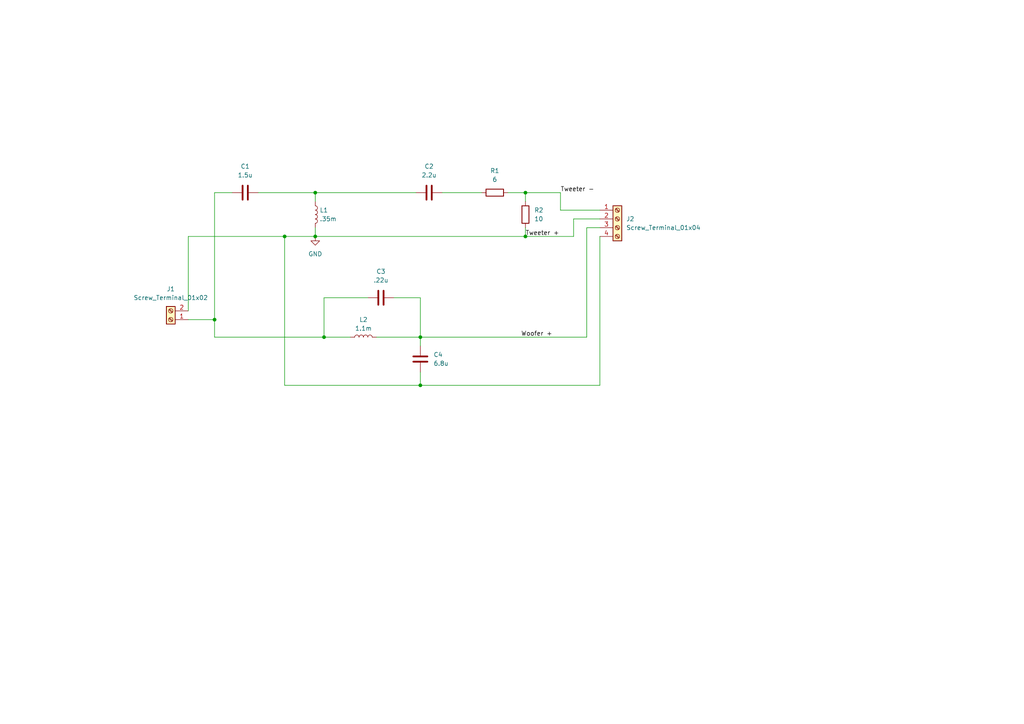
<source format=kicad_sch>
(kicad_sch (version 20231120) (generator "eeschema") (generator_version "8.0")
  (paper "A4")
  (lib_symbols
    (symbol "Connector:Screw_Terminal_01x02" (pin_names (offset 1.016) hide)
      (property "Reference" "J" (at 0 2.54 0))
      (property "Value" "Screw_Terminal_01x02" (at 0 -5.08 0))
      (symbol "Screw_Terminal_01x02_1_1"
        (rectangle (start -1.27 1.27) (end 1.27 -3.81) (stroke (width 0.254)) (fill (type background)))
        (circle (center 0 -2.54) (radius 0.635) (stroke (width 0.1524)))
        (polyline (pts (xy -0.5334 -2.2098) (xy 0.3302 -3.048)) (stroke (width 0.1524)))
        (polyline (pts (xy -0.5334 0.3302) (xy 0.3302 -0.508)) (stroke (width 0.1524)))
        (polyline (pts (xy -0.3556 -2.032) (xy 0.508 -2.8702)) (stroke (width 0.1524)))
        (polyline (pts (xy -0.3556 0.508) (xy 0.508 -0.3302)) (stroke (width 0.1524)))
        (circle (center 0 0) (radius 0.635) (stroke (width 0.1524)))
        (pin passive line (at -5.08 0 0) (length 3.81) (name "Pin_1") (number "1"))
        (pin passive line (at -5.08 -2.54 0) (length 3.81) (name "Pin_2") (number "2"))
      )
    )
    (symbol "Connector:Screw_Terminal_01x04" (pin_names (offset 1.016) hide)
      (property "Reference" "J" (at 0 5.08 0))
      (property "Value" "Screw_Terminal_01x04" (at 0 -7.62 0))
      (symbol "Screw_Terminal_01x04_1_1"
        (rectangle (start -1.27 3.81) (end 1.27 -6.35) (stroke (width 0.254)) (fill (type background)))
        (circle (center 0 -5.08) (radius 0.635) (stroke (width 0.1524)))
        (circle (center 0 -2.54) (radius 0.635) (stroke (width 0.1524)))
        (polyline (pts (xy -0.5334 -4.7498) (xy 0.3302 -5.588)) (stroke (width 0.1524)))
        (polyline (pts (xy -0.5334 -2.2098) (xy 0.3302 -3.048)) (stroke (width 0.1524)))
        (polyline (pts (xy -0.5334 0.3302) (xy 0.3302 -0.508)) (stroke (width 0.1524)))
        (polyline (pts (xy -0.5334 2.8702) (xy 0.3302 2.032)) (stroke (width 0.1524)))
        (polyline (pts (xy -0.3556 -4.572) (xy 0.508 -5.4102)) (stroke (width 0.1524)))
        (polyline (pts (xy -0.3556 -2.032) (xy 0.508 -2.8702)) (stroke (width 0.1524)))
        (polyline (pts (xy -0.3556 0.508) (xy 0.508 -0.3302)) (stroke (width 0.1524)))
        (polyline (pts (xy -0.3556 3.048) (xy 0.508 2.2098)) (stroke (width 0.1524)))
        (circle (center 0 0) (radius 0.635) (stroke (width 0.1524)))
        (circle (center 0 2.54) (radius 0.635) (stroke (width 0.1524)))
        (pin passive line (at -5.08 2.54 0) (length 3.81) (name "Pin_1") (number "1"))
        (pin passive line (at -5.08 0 0) (length 3.81) (name "Pin_2") (number "2"))
        (pin passive line (at -5.08 -2.54 0) (length 3.81) (name "Pin_3") (number "3"))
        (pin passive line (at -5.08 -5.08 0) (length 3.81) (name "Pin_4") (number "4"))
      )
    )
    (symbol "Device:C" (pin_numbers hide) (pin_names (offset 0.254))
      (property "Reference" "C" (at 0.635 2.54 0))
      (property "Value" "C" (at 0.635 -2.54 0))
      (symbol "C_0_1"
        (polyline (pts (xy -2.032 -0.762) (xy 2.032 -0.762)) (stroke (width 0.508)))
        (polyline (pts (xy -2.032 0.762) (xy 2.032 0.762)) (stroke (width 0.508)))
      )
      (symbol "C_1_1"
        (pin passive line (at 0 3.81 270) (length 2.794) (name "~") (number "1"))
        (pin passive line (at 0 -3.81 90) (length 2.794) (name "~") (number "2"))
      )
    )
    (symbol "Device:L" (pin_numbers hide) (pin_names (offset 1.016) hide)
      (property "Reference" "L" (at -1.27 0 90))
      (property "Value" "L" (at 1.905 0 90))
      (symbol "L_0_1"
        (arc (start 0 -2.54) (mid 0.6323 -1.905) (end 0 -1.27))
        (arc (start 0 -1.27) (mid 0.6323 -0.635) (end 0 0))
        (arc (start 0 0) (mid 0.6323 0.635) (end 0 1.27))
        (arc (start 0 1.27) (mid 0.6323 1.905) (end 0 2.54))
      )
      (symbol "L_1_1"
        (pin passive line (at 0 3.81 270) (length 1.27) (name "1") (number "1"))
        (pin passive line (at 0 -3.81 90) (length 1.27) (name "2") (number "2"))
      )
    )
    (symbol "Device:R" (pin_numbers hide) (pin_names (offset 0))
      (property "Reference" "R" (at 2.032 0 90))
      (property "Value" "R" (at 0 0 90))
      (symbol "R_0_1"
        (rectangle (start -1.016 -2.54) (end 1.016 2.54) (stroke (width 0.254)))
      )
      (symbol "R_1_1"
        (pin passive line (at 0 3.81 270) (length 1.27) (name "~") (number "1"))
        (pin passive line (at 0 -3.81 90) (length 1.27) (name "~") (number "2"))
      )
    )
    (symbol "power:GND" (power) (pin_numbers hide) (pin_names (offset 0) hide)
      (property "Value" "GND" (at 0 -3.81 0))
      (symbol "GND_0_1"
        (polyline (pts (xy 0 0) (xy 0 -1.27) (xy 1.27 -1.27) (xy 0 -2.54) (xy -1.27 -1.27) (xy 0 -1.27)))
      )
      (symbol "GND_1_1"
        (pin power_in line (at 0 0 270) (length 0) (name "~") (number "1"))
      )
    )
  )
  (junction (at 62.23 92.71))
  (junction (at 121.92 111.76))
  (junction (at 152.4 55.88))
  (junction (at 93.98 97.79))
  (junction (at 91.44 68.58))
  (junction (at 152.4 68.58))
  (junction (at 82.55 68.58))
  (junction (at 121.92 97.79))
  (junction (at 91.44 55.88))
  (wire (pts (xy 93.98 97.79) (xy 93.98 86.36)))
  (wire (pts (xy 170.18 66.04) (xy 173.99 66.04)))
  (wire (pts (xy 152.4 55.88) (xy 152.4 58.42)))
  (wire (pts (xy 152.4 68.58) (xy 166.37 68.58)))
  (wire (pts (xy 121.92 107.95) (xy 121.92 111.76)))
  (wire (pts (xy 82.55 111.76) (xy 82.55 68.58)))
  (wire (pts (xy 93.98 86.36) (xy 106.68 86.36)))
  (wire (pts (xy 54.61 90.17) (xy 54.61 68.58)))
  (wire (pts (xy 54.61 68.58) (xy 82.55 68.58)))
  (wire (pts (xy 121.92 111.76) (xy 173.99 111.76)))
  (wire (pts (xy 62.23 97.79) (xy 93.98 97.79)))
  (wire (pts (xy 166.37 68.58) (xy 166.37 63.5)))
  (wire (pts (xy 91.44 68.58) (xy 152.4 68.58)))
  (wire (pts (xy 152.4 66.04) (xy 152.4 68.58)))
  (wire (pts (xy 173.99 60.96) (xy 162.56 60.96)))
  (wire (pts (xy 152.4 55.88) (xy 147.32 55.88)))
  (wire (pts (xy 91.44 55.88) (xy 120.65 55.88)))
  (wire (pts (xy 173.99 111.76) (xy 173.99 68.58)))
  (wire (pts (xy 54.61 92.71) (xy 62.23 92.71)))
  (wire (pts (xy 162.56 60.96) (xy 162.56 55.88)))
  (wire (pts (xy 67.31 55.88) (xy 62.23 55.88)))
  (wire (pts (xy 62.23 55.88) (xy 62.23 92.71)))
  (wire (pts (xy 114.3 86.36) (xy 121.92 86.36)))
  (wire (pts (xy 74.93 55.88) (xy 91.44 55.88)))
  (wire (pts (xy 162.56 55.88) (xy 152.4 55.88)))
  (wire (pts (xy 82.55 68.58) (xy 91.44 68.58)))
  (wire (pts (xy 91.44 55.88) (xy 91.44 58.42)))
  (wire (pts (xy 128.27 55.88) (xy 139.7 55.88)))
  (wire (pts (xy 121.92 97.79) (xy 121.92 100.33)))
  (wire (pts (xy 101.6 97.79) (xy 93.98 97.79)))
  (wire (pts (xy 121.92 97.79) (xy 109.22 97.79)))
  (wire (pts (xy 91.44 66.04) (xy 91.44 68.58)))
  (wire (pts (xy 121.92 111.76) (xy 82.55 111.76)))
  (wire (pts (xy 121.92 86.36) (xy 121.92 97.79)))
  (wire (pts (xy 170.18 97.79) (xy 170.18 66.04)))
  (wire (pts (xy 62.23 92.71) (xy 62.23 97.79)))
  (wire (pts (xy 121.92 97.79) (xy 170.18 97.79)))
  (wire (pts (xy 166.37 63.5) (xy 173.99 63.5)))
  (label "Tweeter -" (at 162.56 55.88 0))
  (label "Tweeter +" (at 152.4 68.58 0))
  (label "Woofer +" (at 151.13 97.79 0))
  (symbol (lib_id "Device:R") (at 143.51 55.88 270) (unit 1)
    (property "Reference" "R1" (at 143.51 49.53 90))
    (property "Value" "6" (at 143.51 52.07 90))
    (property "Footprint" "Resistor_THT:R_Axial_Shunt_L47.6mm_W12.7mm_PS34.93mm_P50.80mm" (effects (hide yes)))
    (property "Description" "Resistor" (effects (hide yes)))
  )
  (symbol (lib_id "power:GND") (at 91.44 68.58 0) (unit 1)
    (property "Reference" "#PWR01" (effects (hide yes)))
    (property "Value" "GND" (at 91.44 73.66 0))
    (property "Description" "Power symbol creates a global label with name \"GND\" , ground" (effects (hide yes)))
  )
  (symbol (lib_id "Device:R") (at 152.4 62.23 0) (unit 1)
    (property "Reference" "R2" (at 154.94 60.9599 0) (effects (justify left)))
    (property "Value" "10" (at 154.94 63.4999 0) (effects (justify left)))
    (property "Footprint" "Resistor_THT:R_Axial_Shunt_L47.6mm_W12.7mm_PS34.93mm_P50.80mm" (effects (hide yes)))
    (property "Description" "Resistor" (effects (hide yes)))
  )
  (symbol (lib_id "Device:L") (at 105.41 97.79 90) (unit 1)
    (property "Reference" "L2" (at 105.41 92.71 90))
    (property "Value" "1.1m" (at 105.41 95.25 90))
    (property "Footprint" "Inductor_THT:L_Toroid_Horizontal_D41.9mm_P37.60mm_Vishay_TJ7" (effects (hide yes)))
    (property "Description" "Inductor" (effects (hide yes)))
  )
  (symbol (lib_id "Connector:Screw_Terminal_01x04") (at 179.07 63.5 0) (unit 1)
    (property "Reference" "J2" (at 181.61 63.4999 0) (effects (justify left)))
    (property "Value" "Screw_Terminal_01x04" (at 181.61 66.0399 0) (effects (justify left)))
    (property "Footprint" "TerminalBlock:TerminalBlock_MaiXu_MX126-5.0-04P_1x04_P5.00mm" (effects (hide yes)))
    (property "Description" "Generic screw terminal, single row, 01x04, script generated (kicad-library-utils/schlib/autogen/connector/)" (effects (hide yes)))
  )
  (symbol (lib_id "Connector:Screw_Terminal_01x02") (at 49.53 92.71 180) (unit 1)
    (property "Reference" "J1" (at 49.53 83.82 0))
    (property "Value" "Screw_Terminal_01x02" (at 49.53 86.36 0))
    (property "Footprint" "TerminalBlock:TerminalBlock_MaiXu_MX126-5.0-02P_1x02_P5.00mm" (effects (hide yes)))
    (property "Description" "Generic screw terminal, single row, 01x02, script generated (kicad-library-utils/schlib/autogen/connector/)" (effects (hide yes)))
  )
  (symbol (lib_id "Device:C") (at 121.92 104.14 180) (unit 1)
    (property "Reference" "C4" (at 125.73 102.8699 0) (effects (justify right)))
    (property "Value" "6.8u" (at 125.73 105.4099 0) (effects (justify right)))
    (property "Footprint" "Capacitor_THT:CP_Axial_L46.0mm_D20.0mm_P52.00mm_Horizontal" (effects (hide yes)))
    (property "Description" "Unpolarized capacitor" (effects (hide yes)))
  )
  (symbol (lib_id "Device:C") (at 124.46 55.88 90) (unit 1)
    (property "Reference" "C2" (at 124.46 48.26 90))
    (property "Value" "2.2u" (at 124.46 50.8 90))
    (property "Footprint" "Capacitor_THT:CP_Axial_L30.0mm_D15.0mm_P35.00mm_Horizontal" (effects (hide yes)))
    (property "Description" "Unpolarized capacitor" (effects (hide yes)))
  )
  (symbol (lib_id "Device:L") (at 91.44 62.23 0) (unit 1)
    (property "Reference" "L1" (at 92.71 60.9599 0) (effects (justify left)))
    (property "Value" ".35m" (at 92.71 63.4999 0) (effects (justify left)))
    (property "Footprint" "Inductor_THT:L_Toroid_Vertical_L31.8mm_W15.9mm_P13.50mm_Bourns_5700" (effects (hide yes)))
    (property "Description" "Inductor" (effects (hide yes)))
  )
  (symbol (lib_id "Device:C") (at 71.12 55.88 90) (unit 1)
    (property "Reference" "C1" (at 71.12 48.26 90))
    (property "Value" "1.5u" (at 71.12 50.8 90))
    (property "Footprint" "Capacitor_THT:CP_Axial_L30.0mm_D10.0mm_P35.00mm_Horizontal" (effects (hide yes)))
    (property "Description" "Unpolarized capacitor" (effects (hide yes)))
  )
  (symbol (lib_id "Device:C") (at 110.49 86.36 90) (unit 1)
    (property "Reference" "C3" (at 110.49 78.74 90))
    (property "Value" ".22u" (at 110.49 81.28 90))
    (property "Footprint" "Capacitor_THT:CP_Axial_L18.0mm_D8.0mm_P25.00mm_Horizontal" (effects (hide yes)))
    (property "Description" "Unpolarized capacitor" (effects (hide yes)))
  )
)
</source>
